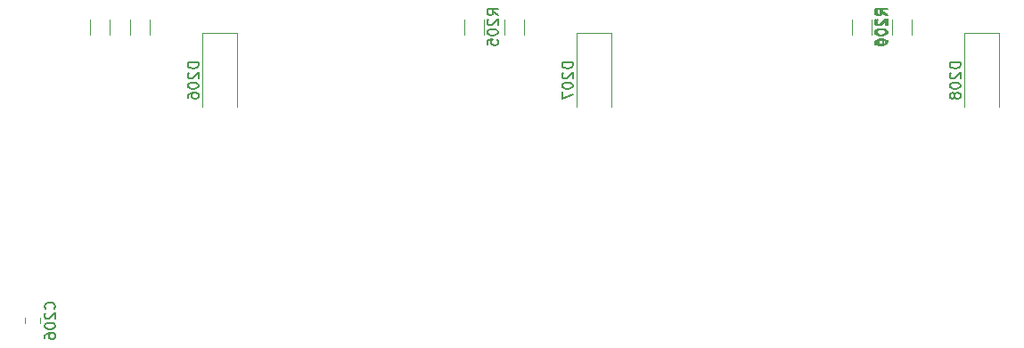
<source format=gbr>
%TF.GenerationSoftware,KiCad,Pcbnew,9.0.7*%
%TF.CreationDate,2026-02-09T15:58:26+01:00*%
%TF.ProjectId,SaunaPCB,5361756e-6150-4434-922e-6b696361645f,0.0.1*%
%TF.SameCoordinates,Original*%
%TF.FileFunction,Legend,Bot*%
%TF.FilePolarity,Positive*%
%FSLAX46Y46*%
G04 Gerber Fmt 4.6, Leading zero omitted, Abs format (unit mm)*
G04 Created by KiCad (PCBNEW 9.0.7) date 2026-02-09 15:58:26*
%MOMM*%
%LPD*%
G01*
G04 APERTURE LIST*
%ADD10C,0.150000*%
%ADD11C,0.120000*%
G04 APERTURE END LIST*
D10*
X147164819Y-103639524D02*
X146164819Y-103639524D01*
X146164819Y-103639524D02*
X146164819Y-103877619D01*
X146164819Y-103877619D02*
X146212438Y-104020476D01*
X146212438Y-104020476D02*
X146307676Y-104115714D01*
X146307676Y-104115714D02*
X146402914Y-104163333D01*
X146402914Y-104163333D02*
X146593390Y-104210952D01*
X146593390Y-104210952D02*
X146736247Y-104210952D01*
X146736247Y-104210952D02*
X146926723Y-104163333D01*
X146926723Y-104163333D02*
X147021961Y-104115714D01*
X147021961Y-104115714D02*
X147117200Y-104020476D01*
X147117200Y-104020476D02*
X147164819Y-103877619D01*
X147164819Y-103877619D02*
X147164819Y-103639524D01*
X146260057Y-104591905D02*
X146212438Y-104639524D01*
X146212438Y-104639524D02*
X146164819Y-104734762D01*
X146164819Y-104734762D02*
X146164819Y-104972857D01*
X146164819Y-104972857D02*
X146212438Y-105068095D01*
X146212438Y-105068095D02*
X146260057Y-105115714D01*
X146260057Y-105115714D02*
X146355295Y-105163333D01*
X146355295Y-105163333D02*
X146450533Y-105163333D01*
X146450533Y-105163333D02*
X146593390Y-105115714D01*
X146593390Y-105115714D02*
X147164819Y-104544286D01*
X147164819Y-104544286D02*
X147164819Y-105163333D01*
X146164819Y-105782381D02*
X146164819Y-105877619D01*
X146164819Y-105877619D02*
X146212438Y-105972857D01*
X146212438Y-105972857D02*
X146260057Y-106020476D01*
X146260057Y-106020476D02*
X146355295Y-106068095D01*
X146355295Y-106068095D02*
X146545771Y-106115714D01*
X146545771Y-106115714D02*
X146783866Y-106115714D01*
X146783866Y-106115714D02*
X146974342Y-106068095D01*
X146974342Y-106068095D02*
X147069580Y-106020476D01*
X147069580Y-106020476D02*
X147117200Y-105972857D01*
X147117200Y-105972857D02*
X147164819Y-105877619D01*
X147164819Y-105877619D02*
X147164819Y-105782381D01*
X147164819Y-105782381D02*
X147117200Y-105687143D01*
X147117200Y-105687143D02*
X147069580Y-105639524D01*
X147069580Y-105639524D02*
X146974342Y-105591905D01*
X146974342Y-105591905D02*
X146783866Y-105544286D01*
X146783866Y-105544286D02*
X146545771Y-105544286D01*
X146545771Y-105544286D02*
X146355295Y-105591905D01*
X146355295Y-105591905D02*
X146260057Y-105639524D01*
X146260057Y-105639524D02*
X146212438Y-105687143D01*
X146212438Y-105687143D02*
X146164819Y-105782381D01*
X146164819Y-106972857D02*
X146164819Y-106782381D01*
X146164819Y-106782381D02*
X146212438Y-106687143D01*
X146212438Y-106687143D02*
X146260057Y-106639524D01*
X146260057Y-106639524D02*
X146402914Y-106544286D01*
X146402914Y-106544286D02*
X146593390Y-106496667D01*
X146593390Y-106496667D02*
X146974342Y-106496667D01*
X146974342Y-106496667D02*
X147069580Y-106544286D01*
X147069580Y-106544286D02*
X147117200Y-106591905D01*
X147117200Y-106591905D02*
X147164819Y-106687143D01*
X147164819Y-106687143D02*
X147164819Y-106877619D01*
X147164819Y-106877619D02*
X147117200Y-106972857D01*
X147117200Y-106972857D02*
X147069580Y-107020476D01*
X147069580Y-107020476D02*
X146974342Y-107068095D01*
X146974342Y-107068095D02*
X146736247Y-107068095D01*
X146736247Y-107068095D02*
X146641009Y-107020476D01*
X146641009Y-107020476D02*
X146593390Y-106972857D01*
X146593390Y-106972857D02*
X146545771Y-106877619D01*
X146545771Y-106877619D02*
X146545771Y-106687143D01*
X146545771Y-106687143D02*
X146593390Y-106591905D01*
X146593390Y-106591905D02*
X146641009Y-106544286D01*
X146641009Y-106544286D02*
X146736247Y-106496667D01*
X212454819Y-99130952D02*
X211978628Y-98797619D01*
X212454819Y-98559524D02*
X211454819Y-98559524D01*
X211454819Y-98559524D02*
X211454819Y-98940476D01*
X211454819Y-98940476D02*
X211502438Y-99035714D01*
X211502438Y-99035714D02*
X211550057Y-99083333D01*
X211550057Y-99083333D02*
X211645295Y-99130952D01*
X211645295Y-99130952D02*
X211788152Y-99130952D01*
X211788152Y-99130952D02*
X211883390Y-99083333D01*
X211883390Y-99083333D02*
X211931009Y-99035714D01*
X211931009Y-99035714D02*
X211978628Y-98940476D01*
X211978628Y-98940476D02*
X211978628Y-98559524D01*
X211550057Y-99511905D02*
X211502438Y-99559524D01*
X211502438Y-99559524D02*
X211454819Y-99654762D01*
X211454819Y-99654762D02*
X211454819Y-99892857D01*
X211454819Y-99892857D02*
X211502438Y-99988095D01*
X211502438Y-99988095D02*
X211550057Y-100035714D01*
X211550057Y-100035714D02*
X211645295Y-100083333D01*
X211645295Y-100083333D02*
X211740533Y-100083333D01*
X211740533Y-100083333D02*
X211883390Y-100035714D01*
X211883390Y-100035714D02*
X212454819Y-99464286D01*
X212454819Y-99464286D02*
X212454819Y-100083333D01*
X211454819Y-100702381D02*
X211454819Y-100797619D01*
X211454819Y-100797619D02*
X211502438Y-100892857D01*
X211502438Y-100892857D02*
X211550057Y-100940476D01*
X211550057Y-100940476D02*
X211645295Y-100988095D01*
X211645295Y-100988095D02*
X211835771Y-101035714D01*
X211835771Y-101035714D02*
X212073866Y-101035714D01*
X212073866Y-101035714D02*
X212264342Y-100988095D01*
X212264342Y-100988095D02*
X212359580Y-100940476D01*
X212359580Y-100940476D02*
X212407200Y-100892857D01*
X212407200Y-100892857D02*
X212454819Y-100797619D01*
X212454819Y-100797619D02*
X212454819Y-100702381D01*
X212454819Y-100702381D02*
X212407200Y-100607143D01*
X212407200Y-100607143D02*
X212359580Y-100559524D01*
X212359580Y-100559524D02*
X212264342Y-100511905D01*
X212264342Y-100511905D02*
X212073866Y-100464286D01*
X212073866Y-100464286D02*
X211835771Y-100464286D01*
X211835771Y-100464286D02*
X211645295Y-100511905D01*
X211645295Y-100511905D02*
X211550057Y-100559524D01*
X211550057Y-100559524D02*
X211502438Y-100607143D01*
X211502438Y-100607143D02*
X211454819Y-100702381D01*
X211454819Y-101892857D02*
X211454819Y-101702381D01*
X211454819Y-101702381D02*
X211502438Y-101607143D01*
X211502438Y-101607143D02*
X211550057Y-101559524D01*
X211550057Y-101559524D02*
X211692914Y-101464286D01*
X211692914Y-101464286D02*
X211883390Y-101416667D01*
X211883390Y-101416667D02*
X212264342Y-101416667D01*
X212264342Y-101416667D02*
X212359580Y-101464286D01*
X212359580Y-101464286D02*
X212407200Y-101511905D01*
X212407200Y-101511905D02*
X212454819Y-101607143D01*
X212454819Y-101607143D02*
X212454819Y-101797619D01*
X212454819Y-101797619D02*
X212407200Y-101892857D01*
X212407200Y-101892857D02*
X212359580Y-101940476D01*
X212359580Y-101940476D02*
X212264342Y-101988095D01*
X212264342Y-101988095D02*
X212026247Y-101988095D01*
X212026247Y-101988095D02*
X211931009Y-101940476D01*
X211931009Y-101940476D02*
X211883390Y-101892857D01*
X211883390Y-101892857D02*
X211835771Y-101797619D01*
X211835771Y-101797619D02*
X211835771Y-101607143D01*
X211835771Y-101607143D02*
X211883390Y-101511905D01*
X211883390Y-101511905D02*
X211931009Y-101464286D01*
X211931009Y-101464286D02*
X212026247Y-101416667D01*
X182724819Y-103639524D02*
X181724819Y-103639524D01*
X181724819Y-103639524D02*
X181724819Y-103877619D01*
X181724819Y-103877619D02*
X181772438Y-104020476D01*
X181772438Y-104020476D02*
X181867676Y-104115714D01*
X181867676Y-104115714D02*
X181962914Y-104163333D01*
X181962914Y-104163333D02*
X182153390Y-104210952D01*
X182153390Y-104210952D02*
X182296247Y-104210952D01*
X182296247Y-104210952D02*
X182486723Y-104163333D01*
X182486723Y-104163333D02*
X182581961Y-104115714D01*
X182581961Y-104115714D02*
X182677200Y-104020476D01*
X182677200Y-104020476D02*
X182724819Y-103877619D01*
X182724819Y-103877619D02*
X182724819Y-103639524D01*
X181820057Y-104591905D02*
X181772438Y-104639524D01*
X181772438Y-104639524D02*
X181724819Y-104734762D01*
X181724819Y-104734762D02*
X181724819Y-104972857D01*
X181724819Y-104972857D02*
X181772438Y-105068095D01*
X181772438Y-105068095D02*
X181820057Y-105115714D01*
X181820057Y-105115714D02*
X181915295Y-105163333D01*
X181915295Y-105163333D02*
X182010533Y-105163333D01*
X182010533Y-105163333D02*
X182153390Y-105115714D01*
X182153390Y-105115714D02*
X182724819Y-104544286D01*
X182724819Y-104544286D02*
X182724819Y-105163333D01*
X181724819Y-105782381D02*
X181724819Y-105877619D01*
X181724819Y-105877619D02*
X181772438Y-105972857D01*
X181772438Y-105972857D02*
X181820057Y-106020476D01*
X181820057Y-106020476D02*
X181915295Y-106068095D01*
X181915295Y-106068095D02*
X182105771Y-106115714D01*
X182105771Y-106115714D02*
X182343866Y-106115714D01*
X182343866Y-106115714D02*
X182534342Y-106068095D01*
X182534342Y-106068095D02*
X182629580Y-106020476D01*
X182629580Y-106020476D02*
X182677200Y-105972857D01*
X182677200Y-105972857D02*
X182724819Y-105877619D01*
X182724819Y-105877619D02*
X182724819Y-105782381D01*
X182724819Y-105782381D02*
X182677200Y-105687143D01*
X182677200Y-105687143D02*
X182629580Y-105639524D01*
X182629580Y-105639524D02*
X182534342Y-105591905D01*
X182534342Y-105591905D02*
X182343866Y-105544286D01*
X182343866Y-105544286D02*
X182105771Y-105544286D01*
X182105771Y-105544286D02*
X181915295Y-105591905D01*
X181915295Y-105591905D02*
X181820057Y-105639524D01*
X181820057Y-105639524D02*
X181772438Y-105687143D01*
X181772438Y-105687143D02*
X181724819Y-105782381D01*
X181724819Y-106449048D02*
X181724819Y-107115714D01*
X181724819Y-107115714D02*
X182724819Y-106687143D01*
X212604819Y-99130952D02*
X212128628Y-98797619D01*
X212604819Y-98559524D02*
X211604819Y-98559524D01*
X211604819Y-98559524D02*
X211604819Y-98940476D01*
X211604819Y-98940476D02*
X211652438Y-99035714D01*
X211652438Y-99035714D02*
X211700057Y-99083333D01*
X211700057Y-99083333D02*
X211795295Y-99130952D01*
X211795295Y-99130952D02*
X211938152Y-99130952D01*
X211938152Y-99130952D02*
X212033390Y-99083333D01*
X212033390Y-99083333D02*
X212081009Y-99035714D01*
X212081009Y-99035714D02*
X212128628Y-98940476D01*
X212128628Y-98940476D02*
X212128628Y-98559524D01*
X211700057Y-99511905D02*
X211652438Y-99559524D01*
X211652438Y-99559524D02*
X211604819Y-99654762D01*
X211604819Y-99654762D02*
X211604819Y-99892857D01*
X211604819Y-99892857D02*
X211652438Y-99988095D01*
X211652438Y-99988095D02*
X211700057Y-100035714D01*
X211700057Y-100035714D02*
X211795295Y-100083333D01*
X211795295Y-100083333D02*
X211890533Y-100083333D01*
X211890533Y-100083333D02*
X212033390Y-100035714D01*
X212033390Y-100035714D02*
X212604819Y-99464286D01*
X212604819Y-99464286D02*
X212604819Y-100083333D01*
X211604819Y-100702381D02*
X211604819Y-100797619D01*
X211604819Y-100797619D02*
X211652438Y-100892857D01*
X211652438Y-100892857D02*
X211700057Y-100940476D01*
X211700057Y-100940476D02*
X211795295Y-100988095D01*
X211795295Y-100988095D02*
X211985771Y-101035714D01*
X211985771Y-101035714D02*
X212223866Y-101035714D01*
X212223866Y-101035714D02*
X212414342Y-100988095D01*
X212414342Y-100988095D02*
X212509580Y-100940476D01*
X212509580Y-100940476D02*
X212557200Y-100892857D01*
X212557200Y-100892857D02*
X212604819Y-100797619D01*
X212604819Y-100797619D02*
X212604819Y-100702381D01*
X212604819Y-100702381D02*
X212557200Y-100607143D01*
X212557200Y-100607143D02*
X212509580Y-100559524D01*
X212509580Y-100559524D02*
X212414342Y-100511905D01*
X212414342Y-100511905D02*
X212223866Y-100464286D01*
X212223866Y-100464286D02*
X211985771Y-100464286D01*
X211985771Y-100464286D02*
X211795295Y-100511905D01*
X211795295Y-100511905D02*
X211700057Y-100559524D01*
X211700057Y-100559524D02*
X211652438Y-100607143D01*
X211652438Y-100607143D02*
X211604819Y-100702381D01*
X212604819Y-101511905D02*
X212604819Y-101702381D01*
X212604819Y-101702381D02*
X212557200Y-101797619D01*
X212557200Y-101797619D02*
X212509580Y-101845238D01*
X212509580Y-101845238D02*
X212366723Y-101940476D01*
X212366723Y-101940476D02*
X212176247Y-101988095D01*
X212176247Y-101988095D02*
X211795295Y-101988095D01*
X211795295Y-101988095D02*
X211700057Y-101940476D01*
X211700057Y-101940476D02*
X211652438Y-101892857D01*
X211652438Y-101892857D02*
X211604819Y-101797619D01*
X211604819Y-101797619D02*
X211604819Y-101607143D01*
X211604819Y-101607143D02*
X211652438Y-101511905D01*
X211652438Y-101511905D02*
X211700057Y-101464286D01*
X211700057Y-101464286D02*
X211795295Y-101416667D01*
X211795295Y-101416667D02*
X212033390Y-101416667D01*
X212033390Y-101416667D02*
X212128628Y-101464286D01*
X212128628Y-101464286D02*
X212176247Y-101511905D01*
X212176247Y-101511905D02*
X212223866Y-101607143D01*
X212223866Y-101607143D02*
X212223866Y-101797619D01*
X212223866Y-101797619D02*
X212176247Y-101892857D01*
X212176247Y-101892857D02*
X212128628Y-101940476D01*
X212128628Y-101940476D02*
X212033390Y-101988095D01*
X133469580Y-127070952D02*
X133517200Y-127023333D01*
X133517200Y-127023333D02*
X133564819Y-126880476D01*
X133564819Y-126880476D02*
X133564819Y-126785238D01*
X133564819Y-126785238D02*
X133517200Y-126642381D01*
X133517200Y-126642381D02*
X133421961Y-126547143D01*
X133421961Y-126547143D02*
X133326723Y-126499524D01*
X133326723Y-126499524D02*
X133136247Y-126451905D01*
X133136247Y-126451905D02*
X132993390Y-126451905D01*
X132993390Y-126451905D02*
X132802914Y-126499524D01*
X132802914Y-126499524D02*
X132707676Y-126547143D01*
X132707676Y-126547143D02*
X132612438Y-126642381D01*
X132612438Y-126642381D02*
X132564819Y-126785238D01*
X132564819Y-126785238D02*
X132564819Y-126880476D01*
X132564819Y-126880476D02*
X132612438Y-127023333D01*
X132612438Y-127023333D02*
X132660057Y-127070952D01*
X132660057Y-127451905D02*
X132612438Y-127499524D01*
X132612438Y-127499524D02*
X132564819Y-127594762D01*
X132564819Y-127594762D02*
X132564819Y-127832857D01*
X132564819Y-127832857D02*
X132612438Y-127928095D01*
X132612438Y-127928095D02*
X132660057Y-127975714D01*
X132660057Y-127975714D02*
X132755295Y-128023333D01*
X132755295Y-128023333D02*
X132850533Y-128023333D01*
X132850533Y-128023333D02*
X132993390Y-127975714D01*
X132993390Y-127975714D02*
X133564819Y-127404286D01*
X133564819Y-127404286D02*
X133564819Y-128023333D01*
X132564819Y-128642381D02*
X132564819Y-128737619D01*
X132564819Y-128737619D02*
X132612438Y-128832857D01*
X132612438Y-128832857D02*
X132660057Y-128880476D01*
X132660057Y-128880476D02*
X132755295Y-128928095D01*
X132755295Y-128928095D02*
X132945771Y-128975714D01*
X132945771Y-128975714D02*
X133183866Y-128975714D01*
X133183866Y-128975714D02*
X133374342Y-128928095D01*
X133374342Y-128928095D02*
X133469580Y-128880476D01*
X133469580Y-128880476D02*
X133517200Y-128832857D01*
X133517200Y-128832857D02*
X133564819Y-128737619D01*
X133564819Y-128737619D02*
X133564819Y-128642381D01*
X133564819Y-128642381D02*
X133517200Y-128547143D01*
X133517200Y-128547143D02*
X133469580Y-128499524D01*
X133469580Y-128499524D02*
X133374342Y-128451905D01*
X133374342Y-128451905D02*
X133183866Y-128404286D01*
X133183866Y-128404286D02*
X132945771Y-128404286D01*
X132945771Y-128404286D02*
X132755295Y-128451905D01*
X132755295Y-128451905D02*
X132660057Y-128499524D01*
X132660057Y-128499524D02*
X132612438Y-128547143D01*
X132612438Y-128547143D02*
X132564819Y-128642381D01*
X132564819Y-129832857D02*
X132564819Y-129642381D01*
X132564819Y-129642381D02*
X132612438Y-129547143D01*
X132612438Y-129547143D02*
X132660057Y-129499524D01*
X132660057Y-129499524D02*
X132802914Y-129404286D01*
X132802914Y-129404286D02*
X132993390Y-129356667D01*
X132993390Y-129356667D02*
X133374342Y-129356667D01*
X133374342Y-129356667D02*
X133469580Y-129404286D01*
X133469580Y-129404286D02*
X133517200Y-129451905D01*
X133517200Y-129451905D02*
X133564819Y-129547143D01*
X133564819Y-129547143D02*
X133564819Y-129737619D01*
X133564819Y-129737619D02*
X133517200Y-129832857D01*
X133517200Y-129832857D02*
X133469580Y-129880476D01*
X133469580Y-129880476D02*
X133374342Y-129928095D01*
X133374342Y-129928095D02*
X133136247Y-129928095D01*
X133136247Y-129928095D02*
X133041009Y-129880476D01*
X133041009Y-129880476D02*
X132993390Y-129832857D01*
X132993390Y-129832857D02*
X132945771Y-129737619D01*
X132945771Y-129737619D02*
X132945771Y-129547143D01*
X132945771Y-129547143D02*
X132993390Y-129451905D01*
X132993390Y-129451905D02*
X133041009Y-129404286D01*
X133041009Y-129404286D02*
X133136247Y-129356667D01*
X175624819Y-99130952D02*
X175148628Y-98797619D01*
X175624819Y-98559524D02*
X174624819Y-98559524D01*
X174624819Y-98559524D02*
X174624819Y-98940476D01*
X174624819Y-98940476D02*
X174672438Y-99035714D01*
X174672438Y-99035714D02*
X174720057Y-99083333D01*
X174720057Y-99083333D02*
X174815295Y-99130952D01*
X174815295Y-99130952D02*
X174958152Y-99130952D01*
X174958152Y-99130952D02*
X175053390Y-99083333D01*
X175053390Y-99083333D02*
X175101009Y-99035714D01*
X175101009Y-99035714D02*
X175148628Y-98940476D01*
X175148628Y-98940476D02*
X175148628Y-98559524D01*
X174720057Y-99511905D02*
X174672438Y-99559524D01*
X174672438Y-99559524D02*
X174624819Y-99654762D01*
X174624819Y-99654762D02*
X174624819Y-99892857D01*
X174624819Y-99892857D02*
X174672438Y-99988095D01*
X174672438Y-99988095D02*
X174720057Y-100035714D01*
X174720057Y-100035714D02*
X174815295Y-100083333D01*
X174815295Y-100083333D02*
X174910533Y-100083333D01*
X174910533Y-100083333D02*
X175053390Y-100035714D01*
X175053390Y-100035714D02*
X175624819Y-99464286D01*
X175624819Y-99464286D02*
X175624819Y-100083333D01*
X174624819Y-100702381D02*
X174624819Y-100797619D01*
X174624819Y-100797619D02*
X174672438Y-100892857D01*
X174672438Y-100892857D02*
X174720057Y-100940476D01*
X174720057Y-100940476D02*
X174815295Y-100988095D01*
X174815295Y-100988095D02*
X175005771Y-101035714D01*
X175005771Y-101035714D02*
X175243866Y-101035714D01*
X175243866Y-101035714D02*
X175434342Y-100988095D01*
X175434342Y-100988095D02*
X175529580Y-100940476D01*
X175529580Y-100940476D02*
X175577200Y-100892857D01*
X175577200Y-100892857D02*
X175624819Y-100797619D01*
X175624819Y-100797619D02*
X175624819Y-100702381D01*
X175624819Y-100702381D02*
X175577200Y-100607143D01*
X175577200Y-100607143D02*
X175529580Y-100559524D01*
X175529580Y-100559524D02*
X175434342Y-100511905D01*
X175434342Y-100511905D02*
X175243866Y-100464286D01*
X175243866Y-100464286D02*
X175005771Y-100464286D01*
X175005771Y-100464286D02*
X174815295Y-100511905D01*
X174815295Y-100511905D02*
X174720057Y-100559524D01*
X174720057Y-100559524D02*
X174672438Y-100607143D01*
X174672438Y-100607143D02*
X174624819Y-100702381D01*
X174624819Y-101940476D02*
X174624819Y-101464286D01*
X174624819Y-101464286D02*
X175101009Y-101416667D01*
X175101009Y-101416667D02*
X175053390Y-101464286D01*
X175053390Y-101464286D02*
X175005771Y-101559524D01*
X175005771Y-101559524D02*
X175005771Y-101797619D01*
X175005771Y-101797619D02*
X175053390Y-101892857D01*
X175053390Y-101892857D02*
X175101009Y-101940476D01*
X175101009Y-101940476D02*
X175196247Y-101988095D01*
X175196247Y-101988095D02*
X175434342Y-101988095D01*
X175434342Y-101988095D02*
X175529580Y-101940476D01*
X175529580Y-101940476D02*
X175577200Y-101892857D01*
X175577200Y-101892857D02*
X175624819Y-101797619D01*
X175624819Y-101797619D02*
X175624819Y-101559524D01*
X175624819Y-101559524D02*
X175577200Y-101464286D01*
X175577200Y-101464286D02*
X175529580Y-101416667D01*
X219554819Y-103639524D02*
X218554819Y-103639524D01*
X218554819Y-103639524D02*
X218554819Y-103877619D01*
X218554819Y-103877619D02*
X218602438Y-104020476D01*
X218602438Y-104020476D02*
X218697676Y-104115714D01*
X218697676Y-104115714D02*
X218792914Y-104163333D01*
X218792914Y-104163333D02*
X218983390Y-104210952D01*
X218983390Y-104210952D02*
X219126247Y-104210952D01*
X219126247Y-104210952D02*
X219316723Y-104163333D01*
X219316723Y-104163333D02*
X219411961Y-104115714D01*
X219411961Y-104115714D02*
X219507200Y-104020476D01*
X219507200Y-104020476D02*
X219554819Y-103877619D01*
X219554819Y-103877619D02*
X219554819Y-103639524D01*
X218650057Y-104591905D02*
X218602438Y-104639524D01*
X218602438Y-104639524D02*
X218554819Y-104734762D01*
X218554819Y-104734762D02*
X218554819Y-104972857D01*
X218554819Y-104972857D02*
X218602438Y-105068095D01*
X218602438Y-105068095D02*
X218650057Y-105115714D01*
X218650057Y-105115714D02*
X218745295Y-105163333D01*
X218745295Y-105163333D02*
X218840533Y-105163333D01*
X218840533Y-105163333D02*
X218983390Y-105115714D01*
X218983390Y-105115714D02*
X219554819Y-104544286D01*
X219554819Y-104544286D02*
X219554819Y-105163333D01*
X218554819Y-105782381D02*
X218554819Y-105877619D01*
X218554819Y-105877619D02*
X218602438Y-105972857D01*
X218602438Y-105972857D02*
X218650057Y-106020476D01*
X218650057Y-106020476D02*
X218745295Y-106068095D01*
X218745295Y-106068095D02*
X218935771Y-106115714D01*
X218935771Y-106115714D02*
X219173866Y-106115714D01*
X219173866Y-106115714D02*
X219364342Y-106068095D01*
X219364342Y-106068095D02*
X219459580Y-106020476D01*
X219459580Y-106020476D02*
X219507200Y-105972857D01*
X219507200Y-105972857D02*
X219554819Y-105877619D01*
X219554819Y-105877619D02*
X219554819Y-105782381D01*
X219554819Y-105782381D02*
X219507200Y-105687143D01*
X219507200Y-105687143D02*
X219459580Y-105639524D01*
X219459580Y-105639524D02*
X219364342Y-105591905D01*
X219364342Y-105591905D02*
X219173866Y-105544286D01*
X219173866Y-105544286D02*
X218935771Y-105544286D01*
X218935771Y-105544286D02*
X218745295Y-105591905D01*
X218745295Y-105591905D02*
X218650057Y-105639524D01*
X218650057Y-105639524D02*
X218602438Y-105687143D01*
X218602438Y-105687143D02*
X218554819Y-105782381D01*
X218983390Y-106687143D02*
X218935771Y-106591905D01*
X218935771Y-106591905D02*
X218888152Y-106544286D01*
X218888152Y-106544286D02*
X218792914Y-106496667D01*
X218792914Y-106496667D02*
X218745295Y-106496667D01*
X218745295Y-106496667D02*
X218650057Y-106544286D01*
X218650057Y-106544286D02*
X218602438Y-106591905D01*
X218602438Y-106591905D02*
X218554819Y-106687143D01*
X218554819Y-106687143D02*
X218554819Y-106877619D01*
X218554819Y-106877619D02*
X218602438Y-106972857D01*
X218602438Y-106972857D02*
X218650057Y-107020476D01*
X218650057Y-107020476D02*
X218745295Y-107068095D01*
X218745295Y-107068095D02*
X218792914Y-107068095D01*
X218792914Y-107068095D02*
X218888152Y-107020476D01*
X218888152Y-107020476D02*
X218935771Y-106972857D01*
X218935771Y-106972857D02*
X218983390Y-106877619D01*
X218983390Y-106877619D02*
X218983390Y-106687143D01*
X218983390Y-106687143D02*
X219031009Y-106591905D01*
X219031009Y-106591905D02*
X219078628Y-106544286D01*
X219078628Y-106544286D02*
X219173866Y-106496667D01*
X219173866Y-106496667D02*
X219364342Y-106496667D01*
X219364342Y-106496667D02*
X219459580Y-106544286D01*
X219459580Y-106544286D02*
X219507200Y-106591905D01*
X219507200Y-106591905D02*
X219554819Y-106687143D01*
X219554819Y-106687143D02*
X219554819Y-106877619D01*
X219554819Y-106877619D02*
X219507200Y-106972857D01*
X219507200Y-106972857D02*
X219459580Y-107020476D01*
X219459580Y-107020476D02*
X219364342Y-107068095D01*
X219364342Y-107068095D02*
X219173866Y-107068095D01*
X219173866Y-107068095D02*
X219078628Y-107020476D01*
X219078628Y-107020476D02*
X219031009Y-106972857D01*
X219031009Y-106972857D02*
X218983390Y-106877619D01*
D11*
%TO.C,D206*%
X147560000Y-100820000D02*
X147560000Y-107830000D01*
X147560000Y-100820000D02*
X150860000Y-100820000D01*
X150860000Y-100820000D02*
X150860000Y-107830000D01*
%TO.C,R207*%
X140680000Y-99522936D02*
X140680000Y-100977064D01*
X142500000Y-99522936D02*
X142500000Y-100977064D01*
%TO.C,R206*%
X209260000Y-100977064D02*
X209260000Y-99522936D01*
X211080000Y-100977064D02*
X211080000Y-99522936D01*
%TO.C,D207*%
X183120000Y-100820000D02*
X183120000Y-107830000D01*
X183120000Y-100820000D02*
X186420000Y-100820000D01*
X186420000Y-100820000D02*
X186420000Y-107830000D01*
%TO.C,R209*%
X213070000Y-99522936D02*
X213070000Y-100977064D01*
X214890000Y-99522936D02*
X214890000Y-100977064D01*
%TO.C,R208*%
X176240000Y-99522936D02*
X176240000Y-100977064D01*
X178060000Y-99522936D02*
X178060000Y-100977064D01*
%TO.C,C206*%
X130695000Y-128451252D02*
X130695000Y-127928748D01*
X132165000Y-128451252D02*
X132165000Y-127928748D01*
%TO.C,R205*%
X172430000Y-100977064D02*
X172430000Y-99522936D01*
X174250000Y-100977064D02*
X174250000Y-99522936D01*
%TO.C,R204*%
X136870000Y-100977064D02*
X136870000Y-99522936D01*
X138690000Y-100977064D02*
X138690000Y-99522936D01*
%TO.C,D208*%
X219950000Y-100820000D02*
X219950000Y-107830000D01*
X219950000Y-100820000D02*
X223250000Y-100820000D01*
X223250000Y-100820000D02*
X223250000Y-107830000D01*
%TD*%
M02*

</source>
